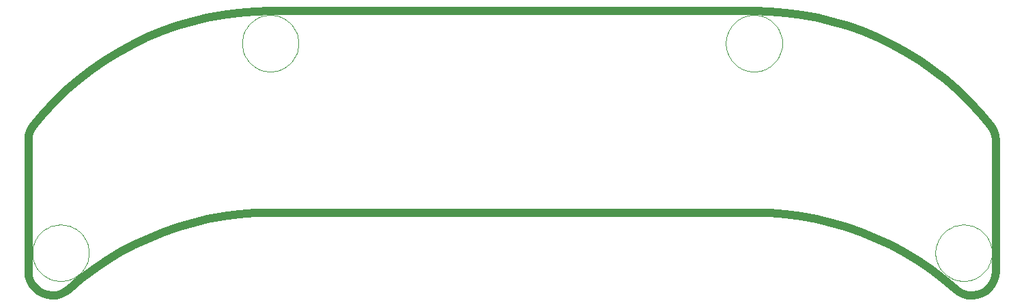
<source format=gko>
%FSTAX23Y23*%
%MOMM*%
%SFA1B1*%

%IPPOS*%
%ADD41C,0.100000*%
%ADD42C,0.999998*%
%LNfront_sensor-1*%
%LPD*%
G54D41*
X59499Y-04999D02*
D01*
X59491Y-04755*
X59465Y-04512*
X59423Y-04272*
X59364Y-04035*
X59288Y-03802*
X59197Y-03576*
X5909Y-03356*
X58968Y-03145*
X58831Y-02942*
X58681Y-0275*
X58517Y-02568*
X58341Y-02398*
X58154Y-02241*
X57957Y-02098*
X57749Y-01968*
X57534Y-01854*
X57311Y-01754*
X57081Y-01671*
X56846Y-01603*
X56607Y-01553*
X56365Y-01519*
X56122Y-01502*
X55877*
X55634Y-01519*
X55392Y-01553*
X55153Y-01603*
X54918Y-01671*
X54688Y-01754*
X54465Y-01854*
X54249Y-01968*
X54042Y-02098*
X53845Y-02241*
X53658Y-02398*
X53482Y-02568*
X53318Y-0275*
X53168Y-02942*
X53031Y-03145*
X52909Y-03356*
X52802Y-03576*
X52711Y-03802*
X52635Y-04035*
X52576Y-04272*
X52534Y-04512*
X52508Y-04755*
X52499Y-04999*
X52508Y-05244*
X52534Y-05487*
X52576Y-05727*
X52635Y-05964*
X52711Y-06197*
X52802Y-06423*
X52909Y-06643*
X53031Y-06854*
X53168Y-07057*
X53318Y-07249*
X53482Y-07431*
X53658Y-07601*
X53845Y-07758*
X54042Y-07901*
X54249Y-08031*
X54465Y-08145*
X54688Y-08245*
X54918Y-08328*
X55153Y-08396*
X55392Y-08446*
X55634Y-0848*
X55877Y-08497*
X56122*
X56365Y-0848*
X56607Y-08446*
X56846Y-08396*
X57081Y-08328*
X57311Y-08245*
X57534Y-08145*
X57749Y-08031*
X57957Y-07901*
X58154Y-07758*
X58341Y-07601*
X58517Y-07431*
X58681Y-07249*
X58831Y-07057*
X58968Y-06854*
X5909Y-06643*
X59197Y-06423*
X59288Y-06197*
X59364Y-05964*
X59423Y-05727*
X59465Y-05487*
X59491Y-05244*
X59499Y-04999*
X33499Y20999D02*
D01*
X33491Y21244*
X33465Y21487*
X33423Y21727*
X33364Y21964*
X33288Y22197*
X33197Y22423*
X3309Y22643*
X32968Y22854*
X32831Y23057*
X32681Y23249*
X32517Y23431*
X32341Y236*
X32154Y23758*
X31957Y23901*
X31749Y24031*
X31534Y24145*
X31311Y24245*
X31081Y24328*
X30846Y24396*
X30607Y24446*
X30365Y2448*
X30122Y24497*
X29877*
X29634Y2448*
X29392Y24446*
X29153Y24396*
X28918Y24328*
X28688Y24245*
X28465Y24145*
X28249Y24031*
X28042Y23901*
X27845Y23758*
X27658Y236*
X27482Y23431*
X27318Y23249*
X27168Y23057*
X27031Y22854*
X26909Y22643*
X26802Y22423*
X26711Y22197*
X26635Y21964*
X26576Y21727*
X26534Y21487*
X26508Y21244*
X26499Y20999*
X26508Y20755*
X26534Y20512*
X26576Y20272*
X26635Y20035*
X26711Y19802*
X26802Y19576*
X26909Y19356*
X27031Y19145*
X27168Y18942*
X27318Y1875*
X27482Y18568*
X27658Y18398*
X27845Y18241*
X28042Y18098*
X28249Y17968*
X28465Y17854*
X28688Y17754*
X28918Y17671*
X29153Y17603*
X29392Y17553*
X29634Y17519*
X29877Y17502*
X30122*
X30365Y17519*
X30607Y17553*
X30846Y17603*
X31081Y17671*
X31311Y17754*
X31534Y17854*
X31749Y17968*
X31957Y18098*
X32154Y18241*
X32341Y18398*
X32517Y18568*
X32681Y1875*
X32831Y18942*
X32968Y19145*
X3309Y19356*
X33197Y19576*
X33288Y19802*
X33364Y20035*
X33423Y20272*
X33465Y20512*
X33491Y20755*
X33499Y20999*
X-26499D02*
D01*
X-26508Y21244*
X-26534Y21487*
X-26576Y21727*
X-26635Y21964*
X-26711Y22197*
X-26802Y22423*
X-26909Y22643*
X-27031Y22854*
X-27168Y23057*
X-27318Y23249*
X-27482Y23431*
X-27658Y236*
X-27845Y23758*
X-28042Y23901*
X-28249Y24031*
X-28465Y24145*
X-28688Y24245*
X-28918Y24328*
X-29153Y24396*
X-29392Y24446*
X-29634Y2448*
X-29877Y24497*
X-30122*
X-30365Y2448*
X-30607Y24446*
X-30846Y24396*
X-31081Y24328*
X-31311Y24245*
X-31534Y24145*
X-31749Y24031*
X-31957Y23901*
X-32154Y23758*
X-32341Y236*
X-32517Y23431*
X-32681Y23249*
X-32831Y23057*
X-32968Y22854*
X-3309Y22643*
X-33197Y22423*
X-33288Y22197*
X-33364Y21964*
X-33423Y21727*
X-33465Y21487*
X-33491Y21244*
X-33499Y20999*
X-33491Y20755*
X-33465Y20512*
X-33423Y20272*
X-33364Y20035*
X-33288Y19802*
X-33197Y19576*
X-3309Y19356*
X-32968Y19145*
X-32831Y18942*
X-32681Y1875*
X-32517Y18568*
X-32341Y18398*
X-32154Y18241*
X-31957Y18098*
X-31749Y17968*
X-31534Y17854*
X-31311Y17754*
X-31081Y17671*
X-30846Y17603*
X-30607Y17553*
X-30365Y17519*
X-30122Y17502*
X-29877*
X-29634Y17519*
X-29392Y17553*
X-29153Y17603*
X-28918Y17671*
X-28688Y17754*
X-28465Y17854*
X-28249Y17968*
X-28042Y18098*
X-27845Y18241*
X-27658Y18398*
X-27482Y18568*
X-27318Y1875*
X-27168Y18942*
X-27031Y19145*
X-26909Y19356*
X-26802Y19576*
X-26711Y19802*
X-26635Y20035*
X-26576Y20272*
X-26534Y20512*
X-26508Y20755*
X-26499Y20999*
X-52499Y-04999D02*
D01*
X-52508Y-04755*
X-52534Y-04512*
X-52576Y-04272*
X-52635Y-04035*
X-52711Y-03802*
X-52802Y-03576*
X-52909Y-03356*
X-53031Y-03145*
X-53168Y-02942*
X-53318Y-0275*
X-53482Y-02568*
X-53658Y-02398*
X-53845Y-02241*
X-54042Y-02098*
X-54249Y-01968*
X-54465Y-01854*
X-54688Y-01754*
X-54918Y-01671*
X-55153Y-01603*
X-55392Y-01553*
X-55634Y-01519*
X-55877Y-01502*
X-56122*
X-56365Y-01519*
X-56607Y-01553*
X-56846Y-01603*
X-57081Y-01671*
X-57311Y-01754*
X-57534Y-01854*
X-57749Y-01968*
X-57957Y-02098*
X-58154Y-02241*
X-58341Y-02398*
X-58517Y-02568*
X-58681Y-0275*
X-58831Y-02942*
X-58968Y-03145*
X-5909Y-03356*
X-59197Y-03576*
X-59288Y-03802*
X-59364Y-04035*
X-59423Y-04272*
X-59465Y-04512*
X-59491Y-04755*
X-59499Y-04999*
X-59491Y-05244*
X-59465Y-05487*
X-59423Y-05727*
X-59364Y-05964*
X-59288Y-06197*
X-59197Y-06423*
X-5909Y-06643*
X-58968Y-06854*
X-58831Y-07057*
X-58681Y-07249*
X-58517Y-07431*
X-58341Y-07601*
X-58154Y-07758*
X-57957Y-07901*
X-57749Y-08031*
X-57534Y-08145*
X-57311Y-08245*
X-57081Y-08328*
X-56846Y-08396*
X-56607Y-08446*
X-56365Y-0848*
X-56122Y-08497*
X-55877*
X-55634Y-0848*
X-55392Y-08446*
X-55153Y-08396*
X-54918Y-08328*
X-54688Y-08245*
X-54465Y-08145*
X-54249Y-08031*
X-54042Y-07901*
X-53845Y-07758*
X-53658Y-07601*
X-53482Y-07431*
X-53318Y-07249*
X-53168Y-07057*
X-53031Y-06854*
X-52909Y-06643*
X-52802Y-06423*
X-52711Y-06197*
X-52635Y-05964*
X-52576Y-05727*
X-52534Y-05487*
X-52508Y-05244*
X-52499Y-04999*
G54D42*
X-29999Y24999D02*
X29999D01*
X31979Y24949*
X33959Y24789*
X35919Y24529*
X37869Y24159*
X39799Y23699*
X41699Y23129*
X43559Y22459*
X45389Y21699*
X47179Y20829*
X48919Y19879*
X50599Y18829*
X52229Y17699*
X53789Y16479*
X55289Y15189*
X56719Y13809*
X58069Y12359*
X59349Y10839*
X59699Y10279*
X59929Y09639*
X59999Y08979*
Y-07309D02*
Y08979D01*
X59949Y-07879D02*
X59999Y-07309D01*
X59779Y-08439D02*
X59949Y-07879D01*
X59519Y-08939D02*
X59779Y-08439D01*
X59159Y-09389D02*
X59519Y-08939D01*
X58719Y-09769D02*
X59159Y-09389D01*
X58219Y-10049D02*
X58719Y-09769D01*
X57679Y-10229D02*
X58219Y-10049D01*
X57109Y-10309D02*
X57679Y-10229D01*
X56539Y-10279D02*
X57109Y-10309D01*
X55979Y-10129D02*
X56539Y-10279D01*
X55459Y-09889D02*
X55979Y-10129D01*
X54999Y-09549D02*
X55459Y-09889D01*
X53509Y-08279D02*
X54999Y-09549D01*
X51959Y-07099D02*
X53509Y-08279D01*
X50339Y-05999D02*
X51959Y-07099D01*
X48669Y-04979D02*
X50339Y-05999D01*
X46949Y-04049D02*
X48669Y-04979D01*
X45189Y-03209D02*
X46949Y-04049D01*
X43379Y-02469D02*
X45189Y-03209D01*
X41539Y-01819D02*
X43379Y-02469D01*
X39659Y-01269D02*
X41539Y-01819D01*
X37759Y-00809D02*
X39659Y-01269D01*
X35839Y-00459D02*
X37759Y-00809D01*
X33899Y-00199D02*
X35839Y-00459D01*
X31949Y-00049D02*
X33899Y-00199D01*
X29999Y0D02*
X31949Y-00049D01*
X-29999Y0D02*
X29999D01*
X-31949Y-00049D02*
X-29999Y0D01*
X-33899Y-00199D02*
X-31949Y-00049D01*
X-35839Y-00459D02*
X-33899Y-00199D01*
X-37759Y-00809D02*
X-35839Y-00459D01*
X-39659Y-01269D02*
X-37759Y-00809D01*
X-41539Y-01819D02*
X-39659Y-01269D01*
X-43379Y-02469D02*
X-41539Y-01819D01*
X-45189Y-03209D02*
X-43379Y-02469D01*
X-46949Y-04049D02*
X-45189Y-03209D01*
X-48669Y-04979D02*
X-46949Y-04049D01*
X-50339Y-05999D02*
X-48669Y-04979D01*
X-51959Y-07099D02*
X-50339Y-05999D01*
X-53509Y-08279D02*
X-51959Y-07099D01*
X-54999Y-09549D02*
X-53509Y-08279D01*
X-55459Y-09889D02*
X-54999Y-09549D01*
X-55979Y-10129D02*
X-55459Y-09889D01*
X-56539Y-10279D02*
X-55979Y-10129D01*
X-57109Y-10309D02*
X-56539Y-10279D01*
X-57679Y-10229D02*
X-57109Y-10309D01*
X-58219Y-10049D02*
X-57679Y-10229D01*
X-58719Y-09769D02*
X-58219Y-10049D01*
X-59159Y-09389D02*
X-58719Y-09769D01*
X-59519Y-08939D02*
X-59159Y-09389D01*
X-59779Y-08439D02*
X-59519Y-08939D01*
X-59949Y-07879D02*
X-59779Y-08439D01*
X-59999Y-07309D02*
X-59949Y-07879D01*
X-59999Y-07309D02*
Y08979D01*
X-59929Y09639*
X-59699Y10279*
X-59349Y10839*
X-58069Y12359*
X-56719Y13809*
X-55289Y15189*
X-53789Y16479*
X-52229Y17699*
X-50599Y18829*
X-48919Y19879*
X-47179Y20829*
X-45389Y21699*
X-43559Y22459*
X-41699Y23129*
X-39799Y23699*
X-37869Y24159*
X-35919Y24529*
X-33959Y24789*
X-31979Y24949*
X-29999Y24999*
M02*
</source>
